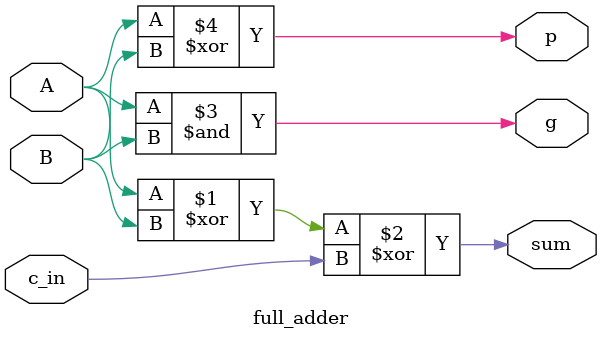
<source format=v>
`timescale 1ps/1ps
module full_adder (
    input A,
    input B,
    input c_in,
    output sum,
    output g,
    output p
);
    assign sum = A ^ B ^ c_in;
    assign g = A & B;
    assign p = A ^ B;
endmodule
</source>
